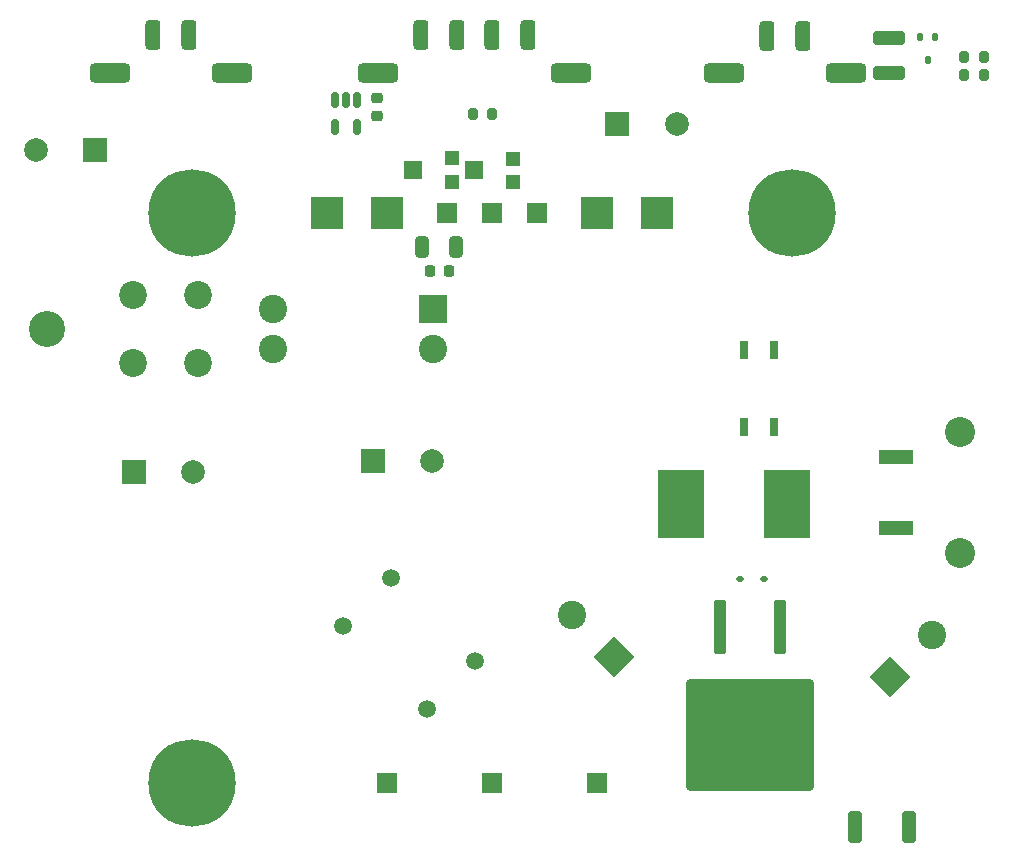
<source format=gbr>
%TF.GenerationSoftware,KiCad,Pcbnew,8.0.6*%
%TF.CreationDate,2025-02-06T23:23:14+01:00*%
%TF.ProjectId,TDK_DCDC_pcb,54444b5f-4443-4444-935f-7063622e6b69,rev?*%
%TF.SameCoordinates,Original*%
%TF.FileFunction,Soldermask,Top*%
%TF.FilePolarity,Negative*%
%FSLAX46Y46*%
G04 Gerber Fmt 4.6, Leading zero omitted, Abs format (unit mm)*
G04 Created by KiCad (PCBNEW 8.0.6) date 2025-02-06 23:23:14*
%MOMM*%
%LPD*%
G01*
G04 APERTURE LIST*
G04 Aperture macros list*
%AMRoundRect*
0 Rectangle with rounded corners*
0 $1 Rounding radius*
0 $2 $3 $4 $5 $6 $7 $8 $9 X,Y pos of 4 corners*
0 Add a 4 corners polygon primitive as box body*
4,1,4,$2,$3,$4,$5,$6,$7,$8,$9,$2,$3,0*
0 Add four circle primitives for the rounded corners*
1,1,$1+$1,$2,$3*
1,1,$1+$1,$4,$5*
1,1,$1+$1,$6,$7*
1,1,$1+$1,$8,$9*
0 Add four rect primitives between the rounded corners*
20,1,$1+$1,$2,$3,$4,$5,0*
20,1,$1+$1,$4,$5,$6,$7,0*
20,1,$1+$1,$6,$7,$8,$9,0*
20,1,$1+$1,$8,$9,$2,$3,0*%
%AMRotRect*
0 Rectangle, with rotation*
0 The origin of the aperture is its center*
0 $1 length*
0 $2 width*
0 $3 Rotation angle, in degrees counterclockwise*
0 Add horizontal line*
21,1,$1,$2,0,0,$3*%
G04 Aperture macros list end*
%ADD10RoundRect,0.250000X-1.100000X0.325000X-1.100000X-0.325000X1.100000X-0.325000X1.100000X0.325000X0*%
%ADD11RoundRect,0.200000X-0.200000X-0.275000X0.200000X-0.275000X0.200000X0.275000X-0.200000X0.275000X0*%
%ADD12C,1.500000*%
%ADD13RoundRect,0.412500X-1.302500X-0.412500X1.302500X-0.412500X1.302500X0.412500X-1.302500X0.412500X0*%
%ADD14RoundRect,0.317500X-0.317500X-0.952500X0.317500X-0.952500X0.317500X0.952500X-0.317500X0.952500X0*%
%ADD15R,1.200000X1.200000*%
%ADD16R,1.500000X1.600000*%
%ADD17RotRect,2.400000X2.400000X135.000000*%
%ADD18C,2.400000*%
%ADD19R,2.000000X2.000000*%
%ADD20C,2.000000*%
%ADD21C,7.400000*%
%ADD22R,4.000000X5.800000*%
%ADD23RotRect,2.400000X2.400000X45.000000*%
%ADD24RoundRect,0.250000X-0.325000X-0.650000X0.325000X-0.650000X0.325000X0.650000X-0.325000X0.650000X0*%
%ADD25RoundRect,0.225000X-0.225000X-0.250000X0.225000X-0.250000X0.225000X0.250000X-0.225000X0.250000X0*%
%ADD26RoundRect,0.112500X-0.187500X-0.112500X0.187500X-0.112500X0.187500X0.112500X-0.187500X0.112500X0*%
%ADD27RoundRect,0.112500X0.112500X0.237500X-0.112500X0.237500X-0.112500X-0.237500X0.112500X-0.237500X0*%
%ADD28C,2.540000*%
%ADD29R,2.920000X1.270000*%
%ADD30RoundRect,0.250000X0.362500X1.075000X-0.362500X1.075000X-0.362500X-1.075000X0.362500X-1.075000X0*%
%ADD31R,0.700000X1.550000*%
%ADD32RoundRect,0.250000X-5.150000X4.450000X-5.150000X-4.450000X5.150000X-4.450000X5.150000X4.450000X0*%
%ADD33RoundRect,0.275000X-0.275000X2.025000X-0.275000X-2.025000X0.275000X-2.025000X0.275000X2.025000X0*%
%ADD34RoundRect,0.225000X0.250000X-0.225000X0.250000X0.225000X-0.250000X0.225000X-0.250000X-0.225000X0*%
%ADD35R,2.400000X2.400000*%
%ADD36RoundRect,0.150000X-0.150000X0.512500X-0.150000X-0.512500X0.150000X-0.512500X0.150000X0.512500X0*%
%ADD37C,3.048000*%
%ADD38C,2.362200*%
%ADD39R,1.752600X1.752600*%
%ADD40R,2.768600X2.768600*%
G04 APERTURE END LIST*
D10*
%TO.C,C7*%
X177600000Y-63246000D03*
X177600000Y-66196002D03*
%TD*%
D11*
%TO.C,R3*%
X183975000Y-64800000D03*
X185625000Y-64800000D03*
%TD*%
D12*
%TO.C,C3*%
X131388932Y-112962876D03*
X138460000Y-120033944D03*
%TD*%
D13*
%TO.C,J1*%
X163583000Y-66210000D03*
X173983000Y-66210000D03*
D14*
X170283000Y-63010000D03*
X167283000Y-63010000D03*
%TD*%
D15*
%TO.C,R7*%
X145720000Y-75420000D03*
D16*
X142470000Y-74420000D03*
D15*
X145720000Y-73420000D03*
%TD*%
D17*
%TO.C,C1*%
X154300000Y-115584177D03*
D18*
X150764466Y-112048643D03*
%TD*%
D19*
%TO.C,C10*%
X110367678Y-72700000D03*
D20*
X105367678Y-72700000D03*
%TD*%
D21*
%TO.C,U6*%
X118590000Y-78030000D03*
%TD*%
D22*
%TO.C,F3*%
X168925000Y-102659177D03*
X160025000Y-102659177D03*
%TD*%
D23*
%TO.C,C6*%
X177700000Y-117300000D03*
D18*
X181235534Y-113764466D03*
%TD*%
D24*
%TO.C,C4*%
X138025000Y-80921677D03*
X140975000Y-80921677D03*
%TD*%
D12*
%TO.C,C2*%
X142500000Y-116000000D03*
X135428932Y-108928932D03*
%TD*%
D25*
%TO.C,C5*%
X138750000Y-82984177D03*
X140300000Y-82984177D03*
%TD*%
D26*
%TO.C,D3*%
X164950000Y-109000000D03*
X167050000Y-109000000D03*
%TD*%
D11*
%TO.C,R4*%
X142360000Y-69647500D03*
X144010000Y-69647500D03*
%TD*%
D13*
%TO.C,J3*%
X111600000Y-66160000D03*
X122000000Y-66160000D03*
D14*
X118300000Y-62960000D03*
X115300000Y-62960000D03*
%TD*%
D27*
%TO.C,D4*%
X181513000Y-63119000D03*
X180213000Y-63119000D03*
X180863000Y-65119000D03*
%TD*%
D21*
%TO.C,U7*%
X118590000Y-126330000D03*
%TD*%
D19*
%TO.C,C9*%
X133882323Y-99000000D03*
D20*
X138882323Y-99000000D03*
%TD*%
D28*
%TO.C,HV_in1*%
X183639999Y-96540000D03*
X183639999Y-106840000D03*
D29*
X178170000Y-98690000D03*
X178170000Y-104690000D03*
%TD*%
D30*
%TO.C,R5*%
X179312499Y-130000000D03*
X174687501Y-130000000D03*
%TD*%
D19*
%TO.C,C11*%
X113632323Y-100000000D03*
D20*
X118632323Y-100000000D03*
%TD*%
D31*
%TO.C,U2*%
X167870000Y-89650000D03*
X165330000Y-89650000D03*
X165330000Y-96150000D03*
X167870000Y-96150000D03*
%TD*%
D15*
%TO.C,R6*%
X140560000Y-75410000D03*
D16*
X137310000Y-74410000D03*
D15*
X140560000Y-73410000D03*
%TD*%
D19*
%TO.C,C8*%
X154604323Y-70485000D03*
D20*
X159604323Y-70485000D03*
%TD*%
D32*
%TO.C,Q1*%
X165860000Y-122215000D03*
D33*
X168400000Y-113065000D03*
X163320000Y-113065000D03*
%TD*%
D13*
%TO.C,J2*%
X134294000Y-66167000D03*
X150694000Y-66167000D03*
D14*
X146994000Y-62967000D03*
X143994000Y-62967000D03*
X140994000Y-62967000D03*
X137994000Y-62967000D03*
%TD*%
D11*
%TO.C,R1*%
X183980000Y-66340000D03*
X185630000Y-66340000D03*
%TD*%
D34*
%TO.C,C12*%
X134260000Y-69845000D03*
X134260000Y-68295000D03*
%TD*%
D21*
%TO.C,U5*%
X169390000Y-78030000D03*
%TD*%
D18*
%TO.C,F2*%
X138950000Y-89589177D03*
D35*
X138950000Y-86189177D03*
D18*
X125480000Y-89589177D03*
X125480000Y-86189177D03*
%TD*%
D36*
%TO.C,U4*%
X132569999Y-68502500D03*
X131620000Y-68502500D03*
X130670001Y-68502500D03*
X130670001Y-70777500D03*
X132569999Y-70777500D03*
%TD*%
D37*
%TO.C,LV_out1*%
X106313550Y-87850777D03*
D38*
X113613551Y-90700779D03*
X113613551Y-85000776D03*
X119113551Y-90700779D03*
X119113550Y-85000775D03*
%TD*%
D39*
%TO.C,U1*%
X152880000Y-126320000D03*
X143990000Y-126320000D03*
X135100000Y-126320000D03*
D40*
X130020000Y-78020000D03*
X135100000Y-78020000D03*
D39*
X140180000Y-78020000D03*
X143990000Y-78020000D03*
X147800000Y-78020000D03*
D40*
X152880000Y-78020000D03*
X157960000Y-78020000D03*
%TD*%
M02*

</source>
